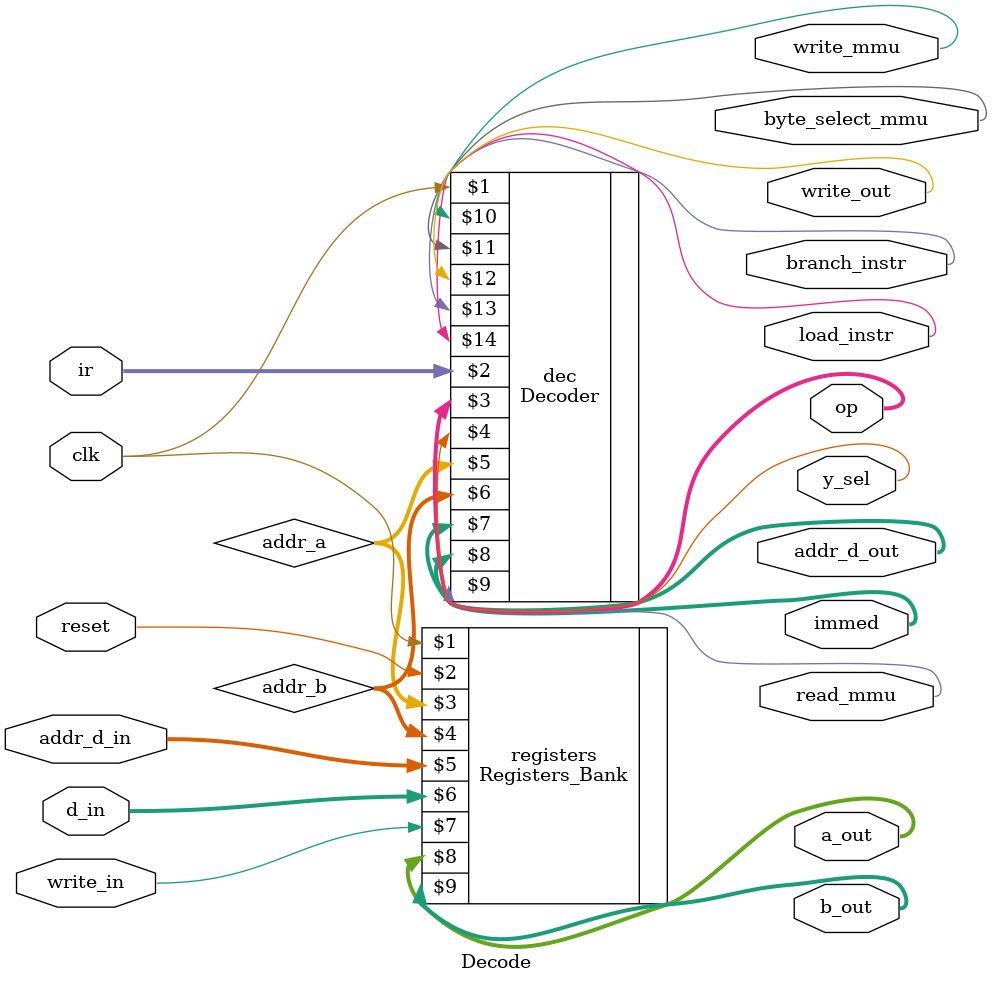
<source format=v>
`timescale 1ns / 1ps


module Decode(
    input clk,
    input reset,
    input [31:0] ir,        //Instruction code
    input [4:0] addr_d_in,  //REG addr where to be written from a previous instruction
    input [31:0] d_in,      //DATA to be written on a REG from a previous instruction
    input write_in,         //Indicate if previous instruction has to write on a REG
    
    output [13:0] op,       //ALU operation
    output [31:0] a_out,    //Value REG SRC1
    output [31:0] b_out,    //Value REG SRC2
    output [31:0] immed,    //Value immediate
    output y_sel,           //Selector for reading src2 or offset
    output [4:0] addr_d_out,//REG addr that will be written
    
    output read_mmu,        //Indicate if the instruction reads from CACHE/MEM
    output write_mmu,       //Indicate if the instruction writes to CACHE/MEM
    output byte_select_mmu,  //Indicate if the read/write from/to CACHE/MEM is byte/word
    output write_out,       //Indicate if the instruction writes on a REG
    output branch_instr,    //Indicate branch instruction or not
    output load_instr    //Indicate load instruction or not
    ); 
        
    wire [4:0] addr_a;
    wire [4:0] addr_b;
        
    Decoder dec(clk, ir, op, y_sel, addr_a, addr_b, addr_d_out, immed, read_mmu, write_mmu, byte_select_mmu, write_out, branch_instr, load_instr);
    Registers_Bank registers(clk, reset, addr_a, addr_b, addr_d_in, d_in, write_in, a_out, b_out);

endmodule

</source>
